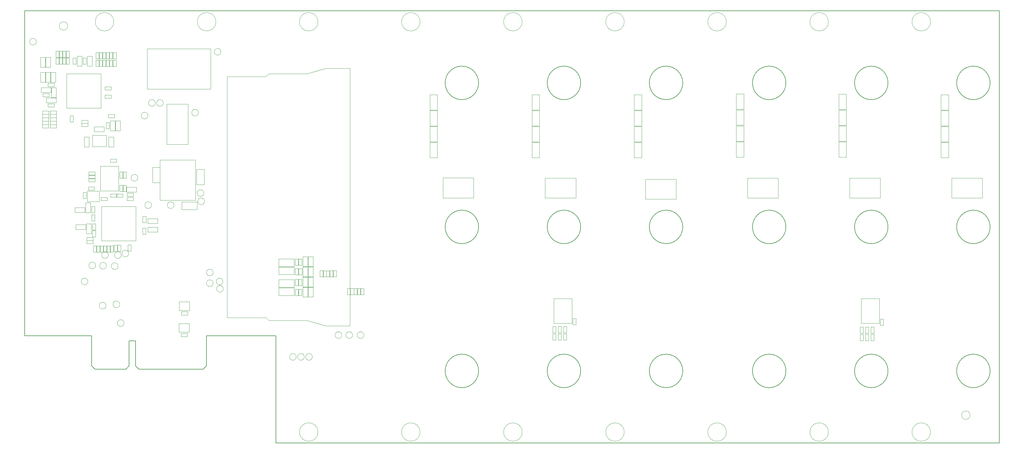
<source format=gbr>
G04 #@! TF.GenerationSoftware,KiCad,Pcbnew,6.0.7-f9a2dced07~116~ubuntu22.04.1*
G04 #@! TF.CreationDate,2023-05-03T15:08:04+01:00*
G04 #@! TF.ProjectId,hiltop_backplane_brd,68696c74-6f70-45f6-9261-636b706c616e,A*
G04 #@! TF.SameCoordinates,Original*
G04 #@! TF.FileFunction,Other,User*
%FSLAX46Y46*%
G04 Gerber Fmt 4.6, Leading zero omitted, Abs format (unit mm)*
G04 Created by KiCad (PCBNEW 6.0.7-f9a2dced07~116~ubuntu22.04.1) date 2023-05-03 15:08:04*
%MOMM*%
%LPD*%
G01*
G04 APERTURE LIST*
G04 #@! TA.AperFunction,Profile*
%ADD10C,0.150000*%
G04 #@! TD*
%ADD11C,0.050000*%
G04 APERTURE END LIST*
D10*
X179840000Y-50700000D02*
G75*
G03*
X179840000Y-50700000I-5000000J0D01*
G01*
X210320000Y-50700000D02*
G75*
G03*
X210320000Y-50700000I-5000000J0D01*
G01*
X240800000Y-50700000D02*
G75*
G03*
X240800000Y-50700000I-5000000J0D01*
G01*
X210320000Y-93700000D02*
G75*
G03*
X210320000Y-93700000I-5000000J0D01*
G01*
X240800000Y-93700000D02*
G75*
G03*
X240800000Y-93700000I-5000000J0D01*
G01*
X179840000Y-136700000D02*
G75*
G03*
X179840000Y-136700000I-5000000J0D01*
G01*
X210320000Y-136700000D02*
G75*
G03*
X210320000Y-136700000I-5000000J0D01*
G01*
X240800000Y-136700000D02*
G75*
G03*
X240800000Y-136700000I-5000000J0D01*
G01*
X179840000Y-93700000D02*
G75*
G03*
X179840000Y-93700000I-5000000J0D01*
G01*
X271600000Y-136700000D02*
G75*
G03*
X271600000Y-136700000I-5000000J0D01*
G01*
X65300000Y-136200000D02*
X74500000Y-136200000D01*
X75500000Y-135200000D02*
X75500000Y-127700000D01*
X98600000Y-126200000D02*
X119300000Y-126200000D01*
X302080000Y-136700000D02*
G75*
G03*
X302080000Y-136700000I-5000000J0D01*
G01*
X332560000Y-93700000D02*
G75*
G03*
X332560000Y-93700000I-5000000J0D01*
G01*
X75500000Y-135200000D02*
X74500000Y-136200000D01*
X97600000Y-136200000D02*
X98600000Y-135200000D01*
X332560000Y-50700000D02*
G75*
G03*
X332560000Y-50700000I-5000000J0D01*
G01*
X271600000Y-50700000D02*
G75*
G03*
X271600000Y-50700000I-5000000J0D01*
G01*
X302080000Y-93700000D02*
G75*
G03*
X302080000Y-93700000I-5000000J0D01*
G01*
X44300000Y-29200000D02*
X335300000Y-29200000D01*
X64300000Y-135200000D02*
X64300000Y-126200000D01*
X271600000Y-93700000D02*
G75*
G03*
X271600000Y-93700000I-5000000J0D01*
G01*
X332560000Y-136700000D02*
G75*
G03*
X332560000Y-136700000I-5000000J0D01*
G01*
X77400000Y-135200000D02*
X78400000Y-136200000D01*
X119300000Y-136200000D02*
X119300000Y-158200000D01*
X44300000Y-126200000D02*
X44300000Y-29200000D01*
X119300000Y-126200000D02*
X119300000Y-136200000D01*
X78400000Y-136200000D02*
X97600000Y-136200000D01*
X64300000Y-135200000D02*
X65300000Y-136200000D01*
X75500000Y-127700000D02*
X77400000Y-127700000D01*
X98600000Y-135200000D02*
X98600000Y-127700000D01*
X335300000Y-29200000D02*
X335300000Y-158200000D01*
X302080000Y-50700000D02*
G75*
G03*
X302080000Y-50700000I-5000000J0D01*
G01*
X98600000Y-127700000D02*
X98600000Y-126200000D01*
X335300000Y-158200000D02*
X119300000Y-158200000D01*
X77400000Y-127700000D02*
X77400000Y-135200000D01*
X64300000Y-126200000D02*
X44300000Y-126200000D01*
D11*
X76742500Y-85814000D02*
X74882500Y-85814000D01*
X74882500Y-85814000D02*
X74882500Y-84874000D01*
X74882500Y-84874000D02*
X76742500Y-84874000D01*
X76742500Y-84874000D02*
X76742500Y-85814000D01*
X178354000Y-85022000D02*
X169154000Y-85022000D01*
X169154000Y-85022000D02*
X169154000Y-79062000D01*
X169154000Y-79062000D02*
X178354000Y-79062000D01*
X178354000Y-79062000D02*
X178354000Y-85022000D01*
X72682000Y-79162000D02*
X72682000Y-77302000D01*
X72682000Y-77302000D02*
X73622000Y-77302000D01*
X73622000Y-77302000D02*
X73622000Y-79162000D01*
X73622000Y-79162000D02*
X72682000Y-79162000D01*
X62516000Y-86517000D02*
X63976000Y-86517000D01*
X62516000Y-89477000D02*
X62516000Y-86517000D01*
X63976000Y-86517000D02*
X63976000Y-89477000D01*
X63976000Y-89477000D02*
X62516000Y-89477000D01*
X76098500Y-100879000D02*
X75158500Y-100879000D01*
X75158500Y-99019000D02*
X76098500Y-99019000D01*
X75158500Y-100879000D02*
X75158500Y-99019000D01*
X76098500Y-99019000D02*
X76098500Y-100879000D01*
X65312500Y-79286000D02*
X65312500Y-80226000D01*
X63452500Y-80226000D02*
X63452500Y-79286000D01*
X65312500Y-80226000D02*
X63452500Y-80226000D01*
X63452500Y-79286000D02*
X65312500Y-79286000D01*
X62990000Y-83052000D02*
X62990000Y-86112000D01*
X66550000Y-83052000D02*
X62990000Y-83052000D01*
X66550000Y-86112000D02*
X62990000Y-86112000D01*
X66550000Y-86112000D02*
X66550000Y-83052000D01*
X64300000Y-90070000D02*
X65240000Y-90070000D01*
X65240000Y-90070000D02*
X65240000Y-91930000D01*
X65240000Y-91930000D02*
X64300000Y-91930000D01*
X64300000Y-91930000D02*
X64300000Y-90070000D01*
X69936000Y-84798000D02*
X69936000Y-83858000D01*
X71796000Y-84798000D02*
X69936000Y-84798000D01*
X69936000Y-83858000D02*
X71796000Y-83858000D01*
X71796000Y-83858000D02*
X71796000Y-84798000D01*
X73698000Y-77302000D02*
X74638000Y-77302000D01*
X74638000Y-79162000D02*
X73698000Y-79162000D01*
X74638000Y-77302000D02*
X74638000Y-79162000D01*
X73698000Y-79162000D02*
X73698000Y-77302000D01*
X91012500Y-126450000D02*
X91012500Y-125510000D01*
X91012500Y-125510000D02*
X92872500Y-125510000D01*
X92872500Y-126450000D02*
X91012500Y-126450000D01*
X92872500Y-125510000D02*
X92872500Y-126450000D01*
X64808000Y-99320000D02*
X65748000Y-99320000D01*
X64808000Y-101180000D02*
X64808000Y-99320000D01*
X65748000Y-101180000D02*
X64808000Y-101180000D01*
X65748000Y-99320000D02*
X65748000Y-101180000D01*
X59339000Y-87916000D02*
X62299000Y-87916000D01*
X62299000Y-89376000D02*
X59339000Y-89376000D01*
X59339000Y-89376000D02*
X59339000Y-87916000D01*
X62299000Y-87916000D02*
X62299000Y-89376000D01*
X71907500Y-99146000D02*
X71907500Y-101006000D01*
X70967500Y-99146000D02*
X71907500Y-99146000D01*
X70967500Y-101006000D02*
X70967500Y-99146000D01*
X71907500Y-101006000D02*
X70967500Y-101006000D01*
X73000000Y-101006000D02*
X72060000Y-101006000D01*
X73000000Y-99146000D02*
X73000000Y-101006000D01*
X72060000Y-99146000D02*
X73000000Y-99146000D01*
X72060000Y-101006000D02*
X72060000Y-99146000D01*
X68872000Y-101180000D02*
X68872000Y-99320000D01*
X69812000Y-99320000D02*
X69812000Y-101180000D01*
X68872000Y-99320000D02*
X69812000Y-99320000D01*
X69812000Y-101180000D02*
X68872000Y-101180000D01*
X64554000Y-96630000D02*
X64554000Y-94770000D01*
X65494000Y-94770000D02*
X65494000Y-96630000D01*
X64554000Y-94770000D02*
X65494000Y-94770000D01*
X65494000Y-96630000D02*
X64554000Y-96630000D01*
X64730000Y-98720000D02*
X62870000Y-98720000D01*
X62870000Y-98720000D02*
X62870000Y-97780000D01*
X62870000Y-97780000D02*
X64730000Y-97780000D01*
X64730000Y-97780000D02*
X64730000Y-98720000D01*
X167520000Y-68470000D02*
X167520000Y-73030000D01*
X167520000Y-73030000D02*
X165280000Y-73030000D01*
X165280000Y-68470000D02*
X167520000Y-68470000D01*
X165280000Y-73030000D02*
X165280000Y-68470000D01*
X74720000Y-83280000D02*
X74720000Y-81820000D01*
X77680000Y-83280000D02*
X74720000Y-83280000D01*
X77680000Y-81820000D02*
X77680000Y-83280000D01*
X74720000Y-81820000D02*
X77680000Y-81820000D01*
X72296000Y-75548000D02*
X66896000Y-75548000D01*
X72296000Y-82948000D02*
X72296000Y-75548000D01*
X66896000Y-75548000D02*
X66896000Y-82948000D01*
X66896000Y-82948000D02*
X72296000Y-82948000D01*
X228520000Y-68470000D02*
X228520000Y-73030000D01*
X228520000Y-73030000D02*
X226280000Y-73030000D01*
X226280000Y-68470000D02*
X228520000Y-68470000D01*
X226280000Y-73030000D02*
X226280000Y-68470000D01*
X67856000Y-101180000D02*
X67856000Y-99320000D01*
X67856000Y-99320000D02*
X68796000Y-99320000D01*
X68796000Y-101180000D02*
X67856000Y-101180000D01*
X68796000Y-99320000D02*
X68796000Y-101180000D01*
X73698000Y-83105500D02*
X73698000Y-81245500D01*
X73698000Y-81245500D02*
X74638000Y-81245500D01*
X74638000Y-81245500D02*
X74638000Y-83105500D01*
X74638000Y-83105500D02*
X73698000Y-83105500D01*
X229606000Y-85403000D02*
X229606000Y-79443000D01*
X238806000Y-85403000D02*
X229606000Y-85403000D01*
X238806000Y-79443000D02*
X238806000Y-85403000D01*
X229606000Y-79443000D02*
X238806000Y-79443000D01*
X64300000Y-89442500D02*
X64300000Y-87582500D01*
X65240000Y-87582500D02*
X65240000Y-89442500D01*
X64300000Y-87582500D02*
X65240000Y-87582500D01*
X65240000Y-89442500D02*
X64300000Y-89442500D01*
X67780000Y-99320000D02*
X67780000Y-101180000D01*
X67780000Y-101180000D02*
X66840000Y-101180000D01*
X66840000Y-99320000D02*
X67780000Y-99320000D01*
X66840000Y-101180000D02*
X66840000Y-99320000D01*
X67240000Y-87560000D02*
X67240000Y-97860000D01*
X77540000Y-87560000D02*
X77540000Y-97860000D01*
X67240000Y-97860000D02*
X77540000Y-97860000D01*
X67240000Y-87560000D02*
X77540000Y-87560000D01*
X63452500Y-77254000D02*
X65312500Y-77254000D01*
X65312500Y-77254000D02*
X65312500Y-78194000D01*
X65312500Y-78194000D02*
X63452500Y-78194000D01*
X63452500Y-78194000D02*
X63452500Y-77254000D01*
X66764000Y-99320000D02*
X66764000Y-101180000D01*
X65824000Y-101180000D02*
X65824000Y-99320000D01*
X65824000Y-99320000D02*
X66764000Y-99320000D01*
X66764000Y-101180000D02*
X65824000Y-101180000D01*
X65325500Y-78270000D02*
X65325500Y-79210000D01*
X65325500Y-79210000D02*
X63465500Y-79210000D01*
X63465500Y-78270000D02*
X65325500Y-78270000D01*
X63465500Y-79210000D02*
X63465500Y-78270000D01*
X59593000Y-94456000D02*
X59593000Y-92996000D01*
X59593000Y-92996000D02*
X62553000Y-92996000D01*
X62553000Y-94456000D02*
X59593000Y-94456000D01*
X62553000Y-92996000D02*
X62553000Y-94456000D01*
X80874000Y-52518000D02*
X99874000Y-52518000D01*
X80874000Y-40518000D02*
X80874000Y-52518000D01*
X99874000Y-52518000D02*
X99874000Y-40518000D01*
X99874000Y-40518000D02*
X80874000Y-40518000D01*
X86716000Y-57028000D02*
X86716000Y-69028000D01*
X93116000Y-69028000D02*
X93116000Y-57028000D01*
X86716000Y-69028000D02*
X93116000Y-69028000D01*
X93116000Y-57028000D02*
X86716000Y-57028000D01*
X73622000Y-83105500D02*
X72682000Y-83105500D01*
X72682000Y-83105500D02*
X72682000Y-81245500D01*
X72682000Y-81245500D02*
X73622000Y-81245500D01*
X73622000Y-81245500D02*
X73622000Y-83105500D01*
X74882500Y-84544000D02*
X74882500Y-83604000D01*
X74882500Y-83604000D02*
X76742500Y-83604000D01*
X76742500Y-84544000D02*
X74882500Y-84544000D01*
X76742500Y-83604000D02*
X76742500Y-84544000D01*
X61760000Y-83398000D02*
X62700000Y-83398000D01*
X61760000Y-85258000D02*
X61760000Y-83398000D01*
X62700000Y-83398000D02*
X62700000Y-85258000D01*
X62700000Y-85258000D02*
X61760000Y-85258000D01*
X68930000Y-85814000D02*
X67070000Y-85814000D01*
X67070000Y-84874000D02*
X68930000Y-84874000D01*
X67070000Y-85814000D02*
X67070000Y-84874000D01*
X68930000Y-84874000D02*
X68930000Y-85814000D01*
X226280000Y-63530000D02*
X226280000Y-58970000D01*
X228520000Y-58970000D02*
X228520000Y-63530000D01*
X226280000Y-58970000D02*
X228520000Y-58970000D01*
X228520000Y-63530000D02*
X226280000Y-63530000D01*
X198020000Y-54220000D02*
X198020000Y-58780000D01*
X195780000Y-58780000D02*
X195780000Y-54220000D01*
X198020000Y-58780000D02*
X195780000Y-58780000D01*
X195780000Y-54220000D02*
X198020000Y-54220000D01*
X81070000Y-91218000D02*
X84030000Y-91218000D01*
X84030000Y-91218000D02*
X84030000Y-92678000D01*
X84030000Y-92678000D02*
X81070000Y-92678000D01*
X81070000Y-92678000D02*
X81070000Y-91218000D01*
X79570000Y-92410000D02*
X79570000Y-90550000D01*
X80510000Y-90550000D02*
X80510000Y-92410000D01*
X80510000Y-92410000D02*
X79570000Y-92410000D01*
X79570000Y-90550000D02*
X80510000Y-90550000D01*
X84030000Y-93758000D02*
X84030000Y-95218000D01*
X84030000Y-95218000D02*
X81070000Y-95218000D01*
X81070000Y-95218000D02*
X81070000Y-93758000D01*
X81070000Y-93758000D02*
X84030000Y-93758000D01*
X73574000Y-84798000D02*
X71714000Y-84798000D01*
X71714000Y-83858000D02*
X73574000Y-83858000D01*
X73574000Y-83858000D02*
X73574000Y-84798000D01*
X71714000Y-84798000D02*
X71714000Y-83858000D01*
X64554000Y-94656000D02*
X64554000Y-92796000D01*
X65494000Y-92796000D02*
X65494000Y-94656000D01*
X64554000Y-92796000D02*
X65494000Y-92796000D01*
X65494000Y-94656000D02*
X64554000Y-94656000D01*
X64230000Y-92754000D02*
X64230000Y-95714000D01*
X62770000Y-92754000D02*
X64230000Y-92754000D01*
X62770000Y-95714000D02*
X62770000Y-92754000D01*
X64230000Y-95714000D02*
X62770000Y-95714000D01*
X62870000Y-96780000D02*
X64730000Y-96780000D01*
X62870000Y-97720000D02*
X62870000Y-96780000D01*
X64730000Y-96780000D02*
X64730000Y-97720000D01*
X64730000Y-97720000D02*
X62870000Y-97720000D01*
X57620000Y-41234000D02*
X57620000Y-43094000D01*
X57620000Y-43094000D02*
X56680000Y-43094000D01*
X56680000Y-41234000D02*
X57620000Y-41234000D01*
X56680000Y-43094000D02*
X56680000Y-41234000D01*
X58770000Y-60470000D02*
X58770000Y-62330000D01*
X57830000Y-62330000D02*
X57830000Y-60470000D01*
X57830000Y-60470000D02*
X58770000Y-60470000D01*
X58770000Y-62330000D02*
X57830000Y-62330000D01*
X56876000Y-47986000D02*
X56876000Y-58186000D01*
X56876000Y-58186000D02*
X67076000Y-58186000D01*
X67076000Y-58186000D02*
X67076000Y-47986000D01*
X67076000Y-47986000D02*
X56876000Y-47986000D01*
X51603000Y-53886000D02*
X51603000Y-54826000D01*
X49743000Y-53886000D02*
X51603000Y-53886000D01*
X51603000Y-54826000D02*
X49743000Y-54826000D01*
X49743000Y-54826000D02*
X49743000Y-53886000D01*
X59652000Y-43266000D02*
X59652000Y-45126000D01*
X59652000Y-45126000D02*
X58712000Y-45126000D01*
X58712000Y-43266000D02*
X59652000Y-43266000D01*
X58712000Y-45126000D02*
X58712000Y-43266000D01*
X68618000Y-64430000D02*
X68618000Y-62570000D01*
X68618000Y-62570000D02*
X69558000Y-62570000D01*
X69558000Y-62570000D02*
X69558000Y-64430000D01*
X69558000Y-64430000D02*
X68618000Y-64430000D01*
X49054000Y-43097000D02*
X50514000Y-43097000D01*
X49054000Y-46057000D02*
X49054000Y-43097000D01*
X50514000Y-46057000D02*
X49054000Y-46057000D01*
X50514000Y-43097000D02*
X50514000Y-46057000D01*
X50578000Y-50502000D02*
X50578000Y-47542000D01*
X52038000Y-50502000D02*
X50578000Y-50502000D01*
X52038000Y-47542000D02*
X52038000Y-50502000D01*
X50578000Y-47542000D02*
X52038000Y-47542000D01*
X54572000Y-41234000D02*
X54572000Y-43094000D01*
X53632000Y-43094000D02*
X53632000Y-41234000D01*
X53632000Y-41234000D02*
X54572000Y-41234000D01*
X54572000Y-43094000D02*
X53632000Y-43094000D01*
X67602000Y-43901000D02*
X68542000Y-43901000D01*
X68542000Y-43901000D02*
X68542000Y-45761000D01*
X67602000Y-45761000D02*
X67602000Y-43901000D01*
X68542000Y-45761000D02*
X67602000Y-45761000D01*
X51902000Y-60109000D02*
X53762000Y-60109000D01*
X51902000Y-61049000D02*
X51902000Y-60109000D01*
X53762000Y-61049000D02*
X51902000Y-61049000D01*
X53762000Y-60109000D02*
X53762000Y-61049000D01*
X51458500Y-62070000D02*
X49598500Y-62070000D01*
X49598500Y-62070000D02*
X49598500Y-61130000D01*
X49598500Y-61130000D02*
X51458500Y-61130000D01*
X51458500Y-61130000D02*
X51458500Y-62070000D01*
X59976000Y-45676000D02*
X59976000Y-42716000D01*
X61436000Y-42716000D02*
X61436000Y-45676000D01*
X59976000Y-42716000D02*
X61436000Y-42716000D01*
X61436000Y-45676000D02*
X59976000Y-45676000D01*
X52153000Y-53562000D02*
X49193000Y-53562000D01*
X49193000Y-52102000D02*
X52153000Y-52102000D01*
X52153000Y-52102000D02*
X52153000Y-53562000D01*
X49193000Y-53562000D02*
X49193000Y-52102000D01*
X55664000Y-45126000D02*
X55664000Y-43266000D01*
X56604000Y-45126000D02*
X55664000Y-45126000D01*
X56604000Y-43266000D02*
X56604000Y-45126000D01*
X55664000Y-43266000D02*
X56604000Y-43266000D01*
X55588000Y-43266000D02*
X55588000Y-45126000D01*
X54648000Y-43266000D02*
X55588000Y-43266000D01*
X54648000Y-45126000D02*
X54648000Y-43266000D01*
X55588000Y-45126000D02*
X54648000Y-45126000D01*
X54572000Y-43266000D02*
X54572000Y-45126000D01*
X54572000Y-45126000D02*
X53632000Y-45126000D01*
X53632000Y-43266000D02*
X54572000Y-43266000D01*
X53632000Y-45126000D02*
X53632000Y-43266000D01*
X52229000Y-55074000D02*
X52229000Y-52114000D01*
X53689000Y-55074000D02*
X52229000Y-55074000D01*
X52229000Y-52114000D02*
X53689000Y-52114000D01*
X53689000Y-52114000D02*
X53689000Y-55074000D01*
X49605000Y-63086000D02*
X49605000Y-62146000D01*
X51465000Y-63086000D02*
X49605000Y-63086000D01*
X51465000Y-62146000D02*
X51465000Y-63086000D01*
X49605000Y-62146000D02*
X51465000Y-62146000D01*
X62700000Y-45126000D02*
X61760000Y-45126000D01*
X62700000Y-43266000D02*
X62700000Y-45126000D01*
X61760000Y-43266000D02*
X62700000Y-43266000D01*
X61760000Y-45126000D02*
X61760000Y-43266000D01*
X69402000Y-69786000D02*
X69402000Y-66826000D01*
X70862000Y-69786000D02*
X69402000Y-69786000D01*
X70862000Y-66826000D02*
X70862000Y-69786000D01*
X69402000Y-66826000D02*
X70862000Y-66826000D01*
X53127000Y-50838000D02*
X53127000Y-51778000D01*
X51267000Y-51778000D02*
X51267000Y-50838000D01*
X53127000Y-51778000D02*
X51267000Y-51778000D01*
X51267000Y-50838000D02*
X53127000Y-50838000D01*
X64484000Y-42716000D02*
X64484000Y-45676000D01*
X63024000Y-42716000D02*
X64484000Y-42716000D01*
X64484000Y-45676000D02*
X63024000Y-45676000D01*
X63024000Y-45676000D02*
X63024000Y-42716000D01*
X63160000Y-63755000D02*
X61300000Y-63755000D01*
X61300000Y-62815000D02*
X63160000Y-62815000D01*
X61300000Y-63755000D02*
X61300000Y-62815000D01*
X63160000Y-62815000D02*
X63160000Y-63755000D01*
X51469500Y-60033000D02*
X49609500Y-60033000D01*
X49609500Y-60033000D02*
X49609500Y-59093000D01*
X49609500Y-59093000D02*
X51469500Y-59093000D01*
X51469500Y-59093000D02*
X51469500Y-60033000D01*
X62090000Y-66830000D02*
X63550000Y-66830000D01*
X63550000Y-69790000D02*
X62090000Y-69790000D01*
X62090000Y-69790000D02*
X62090000Y-66830000D01*
X63550000Y-66830000D02*
X63550000Y-69790000D01*
X71342000Y-64980000D02*
X69882000Y-64980000D01*
X69882000Y-62020000D02*
X71342000Y-62020000D01*
X71342000Y-62020000D02*
X71342000Y-64980000D01*
X69882000Y-64980000D02*
X69882000Y-62020000D01*
X56604000Y-43094000D02*
X55664000Y-43094000D01*
X55664000Y-43094000D02*
X55664000Y-41234000D01*
X55664000Y-41234000D02*
X56604000Y-41234000D01*
X56604000Y-41234000D02*
X56604000Y-43094000D01*
X54648000Y-41234000D02*
X55588000Y-41234000D01*
X55588000Y-43094000D02*
X54648000Y-43094000D01*
X55588000Y-41234000D02*
X55588000Y-43094000D01*
X54648000Y-43094000D02*
X54648000Y-41234000D01*
X57620000Y-43266000D02*
X57620000Y-45126000D01*
X56680000Y-43266000D02*
X57620000Y-43266000D01*
X57620000Y-45126000D02*
X56680000Y-45126000D01*
X56680000Y-45126000D02*
X56680000Y-43266000D01*
X52102000Y-47542000D02*
X53562000Y-47542000D01*
X53562000Y-50502000D02*
X52102000Y-50502000D01*
X53562000Y-47542000D02*
X53562000Y-50502000D01*
X52102000Y-50502000D02*
X52102000Y-47542000D01*
X65068000Y-65246000D02*
X65068000Y-63786000D01*
X68028000Y-63786000D02*
X68028000Y-65246000D01*
X65068000Y-63786000D02*
X68028000Y-63786000D01*
X68028000Y-65246000D02*
X65068000Y-65246000D01*
X53780000Y-63086000D02*
X51920000Y-63086000D01*
X53780000Y-62146000D02*
X53780000Y-63086000D01*
X51920000Y-62146000D02*
X53780000Y-62146000D01*
X51920000Y-63086000D02*
X51920000Y-62146000D01*
X53780000Y-64102000D02*
X51920000Y-64102000D01*
X51920000Y-63162000D02*
X53780000Y-63162000D01*
X53780000Y-63162000D02*
X53780000Y-64102000D01*
X51920000Y-64102000D02*
X51920000Y-63162000D01*
X84684000Y-85704000D02*
X95284000Y-85704000D01*
X95284000Y-85704000D02*
X95284000Y-73704000D01*
X84684000Y-73704000D02*
X84684000Y-85704000D01*
X95284000Y-73704000D02*
X84684000Y-73704000D01*
X91195000Y-86250000D02*
X95755000Y-86250000D01*
X95755000Y-88490000D02*
X91195000Y-88490000D01*
X91195000Y-88490000D02*
X91195000Y-86250000D01*
X95755000Y-86250000D02*
X95755000Y-88490000D01*
X97900000Y-76530000D02*
X97900000Y-81090000D01*
X95660000Y-76530000D02*
X97900000Y-76530000D01*
X95660000Y-81090000D02*
X95660000Y-76530000D01*
X97900000Y-81090000D02*
X95660000Y-81090000D01*
X51267000Y-57874000D02*
X51267000Y-56934000D01*
X53127000Y-57874000D02*
X51267000Y-57874000D01*
X51267000Y-56934000D02*
X53127000Y-56934000D01*
X53127000Y-56934000D02*
X53127000Y-57874000D01*
X49616000Y-60109000D02*
X51476000Y-60109000D01*
X51476000Y-60109000D02*
X51476000Y-61049000D01*
X49616000Y-61049000D02*
X49616000Y-60109000D01*
X51476000Y-61049000D02*
X49616000Y-61049000D01*
X51458500Y-63162000D02*
X51458500Y-64102000D01*
X49598500Y-63162000D02*
X51458500Y-63162000D01*
X49598500Y-64102000D02*
X49598500Y-63162000D01*
X51458500Y-64102000D02*
X49598500Y-64102000D01*
X53780000Y-62070000D02*
X51920000Y-62070000D01*
X53780000Y-61130000D02*
X53780000Y-62070000D01*
X51920000Y-61130000D02*
X53780000Y-61130000D01*
X51920000Y-62070000D02*
X51920000Y-61130000D01*
X49054000Y-47542000D02*
X50514000Y-47542000D01*
X50514000Y-50502000D02*
X49054000Y-50502000D01*
X49054000Y-50502000D02*
X49054000Y-47542000D01*
X50514000Y-47542000D02*
X50514000Y-50502000D01*
X50578000Y-43083000D02*
X52038000Y-43083000D01*
X52038000Y-43083000D02*
X52038000Y-46043000D01*
X50578000Y-46043000D02*
X50578000Y-43083000D01*
X52038000Y-46043000D02*
X50578000Y-46043000D01*
X67526000Y-45761000D02*
X66586000Y-45761000D01*
X66586000Y-45761000D02*
X66586000Y-43901000D01*
X67526000Y-43901000D02*
X67526000Y-45761000D01*
X66586000Y-43901000D02*
X67526000Y-43901000D01*
X70680000Y-45761000D02*
X70680000Y-43901000D01*
X71620000Y-43901000D02*
X71620000Y-45761000D01*
X71620000Y-45761000D02*
X70680000Y-45761000D01*
X70680000Y-43901000D02*
X71620000Y-43901000D01*
X70680000Y-43475000D02*
X70680000Y-41615000D01*
X71620000Y-41615000D02*
X71620000Y-43475000D01*
X71620000Y-43475000D02*
X70680000Y-43475000D01*
X70680000Y-41615000D02*
X71620000Y-41615000D01*
X69570000Y-43901000D02*
X69570000Y-45761000D01*
X68630000Y-45761000D02*
X68630000Y-43901000D01*
X69570000Y-45761000D02*
X68630000Y-45761000D01*
X68630000Y-43901000D02*
X69570000Y-43901000D01*
X70586000Y-45761000D02*
X69646000Y-45761000D01*
X69646000Y-45761000D02*
X69646000Y-43901000D01*
X70586000Y-43901000D02*
X70586000Y-45761000D01*
X69646000Y-43901000D02*
X70586000Y-43901000D01*
X69646000Y-41615000D02*
X70586000Y-41615000D01*
X70586000Y-43475000D02*
X69646000Y-43475000D01*
X69646000Y-43475000D02*
X69646000Y-41615000D01*
X70586000Y-41615000D02*
X70586000Y-43475000D01*
X68630000Y-41615000D02*
X69570000Y-41615000D01*
X69570000Y-41615000D02*
X69570000Y-43475000D01*
X69570000Y-43475000D02*
X68630000Y-43475000D01*
X68630000Y-43475000D02*
X68630000Y-41615000D01*
X70115000Y-51830000D02*
X70115000Y-52770000D01*
X68255000Y-51830000D02*
X70115000Y-51830000D01*
X70115000Y-52770000D02*
X68255000Y-52770000D01*
X68255000Y-52770000D02*
X68255000Y-51830000D01*
X69301000Y-61049000D02*
X69301000Y-60109000D01*
X71161000Y-60109000D02*
X71161000Y-61049000D01*
X69301000Y-60109000D02*
X71161000Y-60109000D01*
X71161000Y-61049000D02*
X69301000Y-61049000D01*
X71406000Y-62020000D02*
X72866000Y-62020000D01*
X72866000Y-62020000D02*
X72866000Y-64980000D01*
X71406000Y-64980000D02*
X71406000Y-62020000D01*
X72866000Y-64980000D02*
X71406000Y-64980000D01*
X50717000Y-56610000D02*
X50717000Y-55150000D01*
X53677000Y-56610000D02*
X50717000Y-56610000D01*
X53677000Y-55150000D02*
X53677000Y-56610000D01*
X50717000Y-55150000D02*
X53677000Y-55150000D01*
X51902000Y-59093000D02*
X53762000Y-59093000D01*
X53762000Y-60033000D02*
X51902000Y-60033000D01*
X51902000Y-60033000D02*
X51902000Y-59093000D01*
X53762000Y-59093000D02*
X53762000Y-60033000D01*
X66510000Y-43901000D02*
X66510000Y-45761000D01*
X66510000Y-45761000D02*
X65570000Y-45761000D01*
X65570000Y-45761000D02*
X65570000Y-43901000D01*
X65570000Y-43901000D02*
X66510000Y-43901000D01*
X67602000Y-43475000D02*
X67602000Y-41615000D01*
X67602000Y-41615000D02*
X68542000Y-41615000D01*
X68542000Y-41615000D02*
X68542000Y-43475000D01*
X68542000Y-43475000D02*
X67602000Y-43475000D01*
X67526000Y-41615000D02*
X67526000Y-43475000D01*
X66586000Y-41615000D02*
X67526000Y-41615000D01*
X66586000Y-43475000D02*
X66586000Y-41615000D01*
X67526000Y-43475000D02*
X66586000Y-43475000D01*
X66510000Y-41615000D02*
X66510000Y-43475000D01*
X66510000Y-43475000D02*
X65570000Y-43475000D01*
X65570000Y-43475000D02*
X65570000Y-41615000D01*
X65570000Y-41615000D02*
X66510000Y-41615000D01*
X208879500Y-85085500D02*
X199679500Y-85085500D01*
X208879500Y-79125500D02*
X208879500Y-85085500D01*
X199679500Y-79125500D02*
X208879500Y-79125500D01*
X199679500Y-85085500D02*
X199679500Y-79125500D01*
X198020000Y-63720000D02*
X198020000Y-68280000D01*
X198020000Y-68280000D02*
X195780000Y-68280000D01*
X195780000Y-68280000D02*
X195780000Y-63720000D01*
X195780000Y-63720000D02*
X198020000Y-63720000D01*
X198020000Y-58970000D02*
X198020000Y-63530000D01*
X195780000Y-58970000D02*
X198020000Y-58970000D01*
X195780000Y-63530000D02*
X195780000Y-58970000D01*
X198020000Y-63530000D02*
X195780000Y-63530000D01*
X120189000Y-111911000D02*
X124749000Y-111911000D01*
X120189000Y-114151000D02*
X120189000Y-111911000D01*
X124749000Y-114151000D02*
X120189000Y-114151000D01*
X124749000Y-111911000D02*
X124749000Y-114151000D01*
X127050000Y-114210000D02*
X126110000Y-114210000D01*
X127050000Y-112350000D02*
X127050000Y-114210000D01*
X126110000Y-114210000D02*
X126110000Y-112350000D01*
X126110000Y-112350000D02*
X127050000Y-112350000D01*
X128980000Y-111680000D02*
X130440000Y-111680000D01*
X130440000Y-114640000D02*
X128980000Y-114640000D01*
X130440000Y-111680000D02*
X130440000Y-114640000D01*
X128980000Y-114640000D02*
X128980000Y-111680000D01*
X127350000Y-105520000D02*
X127350000Y-102560000D01*
X128810000Y-105520000D02*
X127350000Y-105520000D01*
X128810000Y-102560000D02*
X128810000Y-105520000D01*
X127350000Y-102560000D02*
X128810000Y-102560000D01*
X125047000Y-114215000D02*
X125047000Y-112355000D01*
X125987000Y-112355000D02*
X125987000Y-114215000D01*
X125987000Y-114215000D02*
X125047000Y-114215000D01*
X125047000Y-112355000D02*
X125987000Y-112355000D01*
X127352000Y-105601000D02*
X128812000Y-105601000D01*
X128812000Y-105601000D02*
X128812000Y-108561000D01*
X127352000Y-108561000D02*
X127352000Y-105601000D01*
X128812000Y-108561000D02*
X127352000Y-108561000D01*
X128820000Y-111680000D02*
X128820000Y-114640000D01*
X127360000Y-111680000D02*
X128820000Y-111680000D01*
X128820000Y-114640000D02*
X127360000Y-114640000D01*
X127360000Y-114640000D02*
X127360000Y-111680000D01*
X126140000Y-106150000D02*
X127080000Y-106150000D01*
X127080000Y-106150000D02*
X127080000Y-108010000D01*
X126140000Y-108010000D02*
X126140000Y-106150000D01*
X127080000Y-108010000D02*
X126140000Y-108010000D01*
X128990000Y-111610000D02*
X128990000Y-108650000D01*
X130450000Y-108650000D02*
X130450000Y-111610000D01*
X128990000Y-108650000D02*
X130450000Y-108650000D01*
X130450000Y-111610000D02*
X128990000Y-111610000D01*
X124774000Y-105707000D02*
X124774000Y-107947000D01*
X120214000Y-107947000D02*
X120214000Y-105707000D01*
X124774000Y-107947000D02*
X120214000Y-107947000D01*
X120214000Y-105707000D02*
X124774000Y-105707000D01*
X124774000Y-103292000D02*
X124774000Y-105532000D01*
X124774000Y-105532000D02*
X120214000Y-105532000D01*
X120214000Y-105532000D02*
X120214000Y-103292000D01*
X120214000Y-103292000D02*
X124774000Y-103292000D01*
X125047000Y-109378000D02*
X125987000Y-109378000D01*
X125987000Y-109378000D02*
X125987000Y-111238000D01*
X125987000Y-111238000D02*
X125047000Y-111238000D01*
X125047000Y-111238000D02*
X125047000Y-109378000D01*
X126012000Y-105088000D02*
X125072000Y-105088000D01*
X126012000Y-103228000D02*
X126012000Y-105088000D01*
X125072000Y-103228000D02*
X126012000Y-103228000D01*
X125072000Y-105088000D02*
X125072000Y-103228000D01*
X128990000Y-105600000D02*
X130450000Y-105600000D01*
X130450000Y-108560000D02*
X128990000Y-108560000D01*
X130450000Y-105600000D02*
X130450000Y-108560000D01*
X128990000Y-108560000D02*
X128990000Y-105600000D01*
X130450000Y-102560000D02*
X130450000Y-105520000D01*
X128990000Y-102560000D02*
X130450000Y-102560000D01*
X130450000Y-105520000D02*
X128990000Y-105520000D01*
X128990000Y-105520000D02*
X128990000Y-102560000D01*
X124749000Y-111682000D02*
X120189000Y-111682000D01*
X120189000Y-111682000D02*
X120189000Y-109442000D01*
X124749000Y-109442000D02*
X124749000Y-111682000D01*
X120189000Y-109442000D02*
X124749000Y-109442000D01*
X127360000Y-111610000D02*
X127360000Y-108650000D01*
X128820000Y-111610000D02*
X127360000Y-111610000D01*
X127360000Y-108650000D02*
X128820000Y-108650000D01*
X128820000Y-108650000D02*
X128820000Y-111610000D01*
X126012000Y-108011000D02*
X125072000Y-108011000D01*
X125072000Y-106151000D02*
X126012000Y-106151000D01*
X126012000Y-106151000D02*
X126012000Y-108011000D01*
X125072000Y-108011000D02*
X125072000Y-106151000D01*
X63320000Y-81780000D02*
X65180000Y-81780000D01*
X65180000Y-81780000D02*
X65180000Y-82720000D01*
X63320000Y-82720000D02*
X63320000Y-81780000D01*
X65180000Y-82720000D02*
X63320000Y-82720000D01*
X69896000Y-74366000D02*
X69896000Y-73426000D01*
X69896000Y-73426000D02*
X71756000Y-73426000D01*
X71756000Y-73426000D02*
X71756000Y-74366000D01*
X71756000Y-74366000D02*
X69896000Y-74366000D01*
X167520000Y-63530000D02*
X165280000Y-63530000D01*
X165280000Y-63530000D02*
X165280000Y-58970000D01*
X165280000Y-58970000D02*
X167520000Y-58970000D01*
X167520000Y-58970000D02*
X167520000Y-63530000D01*
X228520000Y-58780000D02*
X226280000Y-58780000D01*
X226280000Y-54220000D02*
X228520000Y-54220000D01*
X228520000Y-54220000D02*
X228520000Y-58780000D01*
X226280000Y-58780000D02*
X226280000Y-54220000D01*
X167520000Y-58780000D02*
X165280000Y-58780000D01*
X167520000Y-54220000D02*
X167520000Y-58780000D01*
X165280000Y-58780000D02*
X165280000Y-54220000D01*
X165280000Y-54220000D02*
X167520000Y-54220000D01*
X167520000Y-68280000D02*
X165280000Y-68280000D01*
X165280000Y-63720000D02*
X167520000Y-63720000D01*
X165280000Y-68280000D02*
X165280000Y-63720000D01*
X167520000Y-63720000D02*
X167520000Y-68280000D01*
X228520000Y-68280000D02*
X226280000Y-68280000D01*
X228520000Y-63720000D02*
X228520000Y-68280000D01*
X226280000Y-63720000D02*
X228520000Y-63720000D01*
X226280000Y-68280000D02*
X226280000Y-63720000D01*
X198020000Y-68470000D02*
X198020000Y-73030000D01*
X195780000Y-68470000D02*
X198020000Y-68470000D01*
X198020000Y-73030000D02*
X195780000Y-73030000D01*
X195780000Y-73030000D02*
X195780000Y-68470000D01*
X61315000Y-61815000D02*
X63175000Y-61815000D01*
X61315000Y-62755000D02*
X61315000Y-61815000D01*
X63175000Y-61815000D02*
X63175000Y-62755000D01*
X63175000Y-62755000D02*
X61315000Y-62755000D01*
X93440000Y-125140000D02*
X93440000Y-122540000D01*
X93440000Y-122540000D02*
X90340000Y-122540000D01*
X90340000Y-125140000D02*
X90340000Y-122540000D01*
X93440000Y-125140000D02*
X90340000Y-125140000D01*
X91130000Y-119040000D02*
X92990000Y-119040000D01*
X91130000Y-119980000D02*
X91130000Y-119040000D01*
X92990000Y-119980000D02*
X91130000Y-119980000D01*
X92990000Y-119040000D02*
X92990000Y-119980000D01*
X93545000Y-118665000D02*
X90445000Y-118665000D01*
X93545000Y-118665000D02*
X93545000Y-116065000D01*
X90445000Y-118665000D02*
X90445000Y-116065000D01*
X93545000Y-116065000D02*
X90445000Y-116065000D01*
X68270000Y-55270000D02*
X68270000Y-54330000D01*
X70130000Y-54330000D02*
X70130000Y-55270000D01*
X68270000Y-54330000D02*
X70130000Y-54330000D01*
X70130000Y-55270000D02*
X68270000Y-55270000D01*
X69888000Y-99320000D02*
X70828000Y-99320000D01*
X70828000Y-101180000D02*
X69888000Y-101180000D01*
X70828000Y-99320000D02*
X70828000Y-101180000D01*
X69888000Y-101180000D02*
X69888000Y-99320000D01*
X80480000Y-95850000D02*
X79540000Y-95850000D01*
X79540000Y-93990000D02*
X80480000Y-93990000D01*
X80480000Y-93990000D02*
X80480000Y-95850000D01*
X79540000Y-95850000D02*
X79540000Y-93990000D01*
X144630000Y-112085000D02*
X145570000Y-112085000D01*
X145570000Y-113945000D02*
X144630000Y-113945000D01*
X144630000Y-113945000D02*
X144630000Y-112085000D01*
X145570000Y-112085000D02*
X145570000Y-113945000D01*
X143630000Y-112085000D02*
X144570000Y-112085000D01*
X144570000Y-112085000D02*
X144570000Y-113945000D01*
X144570000Y-113945000D02*
X143630000Y-113945000D01*
X143630000Y-113945000D02*
X143630000Y-112085000D01*
X142630000Y-112070000D02*
X143570000Y-112070000D01*
X143570000Y-113930000D02*
X142630000Y-113930000D01*
X143570000Y-112070000D02*
X143570000Y-113930000D01*
X142630000Y-113930000D02*
X142630000Y-112070000D01*
X141630000Y-113915000D02*
X141630000Y-112055000D01*
X142570000Y-113915000D02*
X141630000Y-113915000D01*
X141630000Y-112055000D02*
X142570000Y-112055000D01*
X142570000Y-112055000D02*
X142570000Y-113915000D01*
X140630000Y-113915000D02*
X140630000Y-112055000D01*
X140630000Y-112055000D02*
X141570000Y-112055000D01*
X141570000Y-113915000D02*
X140630000Y-113915000D01*
X141570000Y-112055000D02*
X141570000Y-113915000D01*
X137370000Y-106755000D02*
X137370000Y-108615000D01*
X137370000Y-108615000D02*
X136430000Y-108615000D01*
X136430000Y-108615000D02*
X136430000Y-106755000D01*
X136430000Y-106755000D02*
X137370000Y-106755000D01*
X136370000Y-108615000D02*
X135430000Y-108615000D01*
X136370000Y-106755000D02*
X136370000Y-108615000D01*
X135430000Y-108615000D02*
X135430000Y-106755000D01*
X135430000Y-106755000D02*
X136370000Y-106755000D01*
X135370000Y-108630000D02*
X134430000Y-108630000D01*
X135370000Y-106770000D02*
X135370000Y-108630000D01*
X134430000Y-108630000D02*
X134430000Y-106770000D01*
X134430000Y-106770000D02*
X135370000Y-106770000D01*
X134370000Y-106770000D02*
X134370000Y-108630000D01*
X133430000Y-108630000D02*
X133430000Y-106770000D01*
X134370000Y-108630000D02*
X133430000Y-108630000D01*
X133430000Y-106770000D02*
X134370000Y-106770000D01*
X133370000Y-108615000D02*
X132430000Y-108615000D01*
X132430000Y-108615000D02*
X132430000Y-106755000D01*
X133370000Y-106755000D02*
X133370000Y-108615000D01*
X132430000Y-106755000D02*
X133370000Y-106755000D01*
X68600000Y-117200000D02*
G75*
G03*
X68600000Y-117200000I-1000000J0D01*
G01*
X72700000Y-116800000D02*
G75*
G03*
X72700000Y-116800000I-1000000J0D01*
G01*
X63200000Y-110000000D02*
G75*
G03*
X63200000Y-110000000I-1000000J0D01*
G01*
X74000000Y-122400000D02*
G75*
G03*
X74000000Y-122400000I-1000000J0D01*
G01*
X139000000Y-126000000D02*
G75*
G03*
X139000000Y-126000000I-1000000J0D01*
G01*
X142200000Y-126000000D02*
G75*
G03*
X142200000Y-126000000I-1000000J0D01*
G01*
X145600000Y-126000000D02*
G75*
G03*
X145600000Y-126000000I-1000000J0D01*
G01*
X69300000Y-102100000D02*
G75*
G03*
X69300000Y-102100000I-1000000J0D01*
G01*
X68700000Y-105300000D02*
G75*
G03*
X68700000Y-105300000I-1000000J0D01*
G01*
X65500000Y-105200000D02*
G75*
G03*
X65500000Y-105200000I-1000000J0D01*
G01*
X72200000Y-105400000D02*
G75*
G03*
X72200000Y-105400000I-1000000J0D01*
G01*
X103600000Y-112200000D02*
G75*
G03*
X103600000Y-112200000I-1000000J0D01*
G01*
X103500000Y-110000000D02*
G75*
G03*
X103500000Y-110000000I-1000000J0D01*
G01*
X100600000Y-110500000D02*
G75*
G03*
X100600000Y-110500000I-1000000J0D01*
G01*
X78090000Y-79040000D02*
G75*
G03*
X78090000Y-79040000I-1000000J0D01*
G01*
X100600000Y-107300000D02*
G75*
G03*
X100600000Y-107300000I-1000000J0D01*
G01*
X82200000Y-87200000D02*
G75*
G03*
X82200000Y-87200000I-1000000J0D01*
G01*
X73130000Y-102140000D02*
G75*
G03*
X73130000Y-102140000I-1000000J0D01*
G01*
X75350000Y-101620000D02*
G75*
G03*
X75350000Y-101620000I-1000000J0D01*
G01*
X47800000Y-38400000D02*
G75*
G03*
X47800000Y-38400000I-1000000J0D01*
G01*
X102900000Y-41400000D02*
G75*
G03*
X102900000Y-41400000I-1000000J0D01*
G01*
X96200000Y-59600000D02*
G75*
G03*
X96200000Y-59600000I-1000000J0D01*
G01*
X83300000Y-56700000D02*
G75*
G03*
X83300000Y-56700000I-1000000J0D01*
G01*
X85700000Y-56700000D02*
G75*
G03*
X85700000Y-56700000I-1000000J0D01*
G01*
X81120000Y-60470000D02*
G75*
G03*
X81120000Y-60470000I-1000000J0D01*
G01*
X88900000Y-87200000D02*
G75*
G03*
X88900000Y-87200000I-1000000J0D01*
G01*
X97800000Y-83600000D02*
G75*
G03*
X97800000Y-83600000I-1000000J0D01*
G01*
X98010000Y-86030000D02*
G75*
G03*
X98010000Y-86030000I-1000000J0D01*
G01*
X134200000Y-46400000D02*
X128600000Y-48000000D01*
X134200000Y-123200000D02*
X141400000Y-123200000D01*
X128600000Y-121600000D02*
X134200000Y-123200000D01*
X141400000Y-123200000D02*
X141400000Y-46400000D01*
X116400000Y-120800000D02*
X117200000Y-121600000D01*
X117200000Y-48000000D02*
X116200000Y-48800000D01*
X104800000Y-120800000D02*
X116400000Y-120800000D01*
X128600000Y-48000000D02*
X117200000Y-48000000D01*
X141400000Y-46400000D02*
X134200000Y-46400000D01*
X104800000Y-48800000D02*
X104800000Y-120800000D01*
X104800000Y-48800000D02*
X116200000Y-48800000D01*
X117200000Y-121600000D02*
X128600000Y-121600000D01*
X84710000Y-75910000D02*
X84710000Y-80470000D01*
X82470000Y-75910000D02*
X84710000Y-75910000D01*
X84710000Y-80470000D02*
X82470000Y-80470000D01*
X82470000Y-80470000D02*
X82470000Y-75910000D01*
X126130000Y-103228000D02*
X127070000Y-103228000D01*
X127070000Y-105088000D02*
X126130000Y-105088000D01*
X127070000Y-103228000D02*
X127070000Y-105088000D01*
X126130000Y-105088000D02*
X126130000Y-103228000D01*
X126100000Y-111238000D02*
X126100000Y-109378000D01*
X127040000Y-111238000D02*
X126100000Y-111238000D01*
X127040000Y-109378000D02*
X127040000Y-111238000D01*
X126100000Y-109378000D02*
X127040000Y-109378000D01*
X68730000Y-66360000D02*
X64530000Y-66360000D01*
X64530000Y-69760000D02*
X68730000Y-69760000D01*
X68730000Y-69760000D02*
X68730000Y-66360000D01*
X64530000Y-66360000D02*
X64530000Y-69760000D01*
X299730000Y-123030000D02*
X299730000Y-121170000D01*
X300670000Y-121170000D02*
X300670000Y-123030000D01*
X299730000Y-121170000D02*
X300670000Y-121170000D01*
X300670000Y-123030000D02*
X299730000Y-123030000D01*
X206105000Y-125305000D02*
X205165000Y-125305000D01*
X205165000Y-125305000D02*
X205165000Y-123445000D01*
X205165000Y-123445000D02*
X206105000Y-123445000D01*
X206105000Y-123445000D02*
X206105000Y-125305000D01*
X314750000Y-32450000D02*
G75*
G03*
X314750000Y-32450000I-2750000J0D01*
G01*
X296930000Y-125770000D02*
X297870000Y-125770000D01*
X297870000Y-127630000D02*
X296930000Y-127630000D01*
X296930000Y-127630000D02*
X296930000Y-125770000D01*
X297870000Y-125770000D02*
X297870000Y-127630000D01*
X205165000Y-125645000D02*
X206105000Y-125645000D01*
X205165000Y-127505000D02*
X205165000Y-125645000D01*
X206105000Y-127505000D02*
X205165000Y-127505000D01*
X206105000Y-125645000D02*
X206105000Y-127505000D01*
X207965000Y-122905000D02*
X207965000Y-121045000D01*
X208905000Y-121045000D02*
X208905000Y-122905000D01*
X208905000Y-122905000D02*
X207965000Y-122905000D01*
X207965000Y-121045000D02*
X208905000Y-121045000D01*
X202875000Y-125645000D02*
X202875000Y-127505000D01*
X201935000Y-125645000D02*
X202875000Y-125645000D01*
X202875000Y-127505000D02*
X201935000Y-127505000D01*
X201935000Y-127505000D02*
X201935000Y-125645000D01*
X293730000Y-127660000D02*
X293730000Y-125800000D01*
X294670000Y-127660000D02*
X293730000Y-127660000D01*
X294670000Y-125800000D02*
X294670000Y-127660000D01*
X293730000Y-125800000D02*
X294670000Y-125800000D01*
X131870000Y-32450000D02*
G75*
G03*
X131870000Y-32450000I-2750000J0D01*
G01*
X284270000Y-32450000D02*
G75*
G03*
X284270000Y-32450000I-2750000J0D01*
G01*
X131870000Y-154950000D02*
G75*
G03*
X131870000Y-154950000I-2750000J0D01*
G01*
X296270000Y-125770000D02*
X296270000Y-127630000D01*
X296270000Y-127630000D02*
X295330000Y-127630000D01*
X295330000Y-125770000D02*
X296270000Y-125770000D01*
X295330000Y-127630000D02*
X295330000Y-125770000D01*
X287380000Y-68130000D02*
X287380000Y-63570000D01*
X289620000Y-68130000D02*
X287380000Y-68130000D01*
X289620000Y-63570000D02*
X289620000Y-68130000D01*
X287380000Y-63570000D02*
X289620000Y-63570000D01*
X162350000Y-154950000D02*
G75*
G03*
X162350000Y-154950000I-2750000J0D01*
G01*
X317880000Y-68470000D02*
X320120000Y-68470000D01*
X320120000Y-68470000D02*
X320120000Y-73030000D01*
X320120000Y-73030000D02*
X317880000Y-73030000D01*
X317880000Y-73030000D02*
X317880000Y-68470000D01*
X101390000Y-32450000D02*
G75*
G03*
X101390000Y-32450000I-2750000J0D01*
G01*
X296930000Y-123570000D02*
X297870000Y-123570000D01*
X297870000Y-125430000D02*
X296930000Y-125430000D01*
X297870000Y-123570000D02*
X297870000Y-125430000D01*
X296930000Y-125430000D02*
X296930000Y-123570000D01*
X259020000Y-58770000D02*
X259020000Y-63330000D01*
X259020000Y-63330000D02*
X256780000Y-63330000D01*
X256780000Y-63330000D02*
X256780000Y-58770000D01*
X256780000Y-58770000D02*
X259020000Y-58770000D01*
X320120000Y-68280000D02*
X317880000Y-68280000D01*
X320120000Y-63720000D02*
X320120000Y-68280000D01*
X317880000Y-63720000D02*
X320120000Y-63720000D01*
X317880000Y-68280000D02*
X317880000Y-63720000D01*
X202875000Y-125305000D02*
X201935000Y-125305000D01*
X202875000Y-123445000D02*
X202875000Y-125305000D01*
X201935000Y-123445000D02*
X202875000Y-123445000D01*
X201935000Y-125305000D02*
X201935000Y-123445000D01*
X259020000Y-58580000D02*
X256780000Y-58580000D01*
X256780000Y-58580000D02*
X256780000Y-54020000D01*
X256780000Y-54020000D02*
X259020000Y-54020000D01*
X259020000Y-54020000D02*
X259020000Y-58580000D01*
X223310000Y-154950000D02*
G75*
G03*
X223310000Y-154950000I-2750000J0D01*
G01*
X202335000Y-115100000D02*
X202335000Y-122500000D01*
X207735000Y-122500000D02*
X207735000Y-115100000D01*
X202335000Y-122500000D02*
X207735000Y-122500000D01*
X207735000Y-115100000D02*
X202335000Y-115100000D01*
X192830000Y-32450000D02*
G75*
G03*
X192830000Y-32450000I-2750000J0D01*
G01*
X223310000Y-32450000D02*
G75*
G03*
X223310000Y-32450000I-2750000J0D01*
G01*
X259020000Y-68080000D02*
X256780000Y-68080000D01*
X259020000Y-63520000D02*
X259020000Y-68080000D01*
X256780000Y-68080000D02*
X256780000Y-63520000D01*
X256780000Y-63520000D02*
X259020000Y-63520000D01*
X125400000Y-132500000D02*
G75*
G03*
X125400000Y-132500000I-1000000J0D01*
G01*
X253790000Y-32450000D02*
G75*
G03*
X253790000Y-32450000I-2750000J0D01*
G01*
X260086000Y-85085500D02*
X260086000Y-79125500D01*
X269286000Y-85085500D02*
X260086000Y-85085500D01*
X269286000Y-79125500D02*
X269286000Y-85085500D01*
X260086000Y-79125500D02*
X269286000Y-79125500D01*
X295330000Y-125430000D02*
X295330000Y-123570000D01*
X296270000Y-125430000D02*
X295330000Y-125430000D01*
X296270000Y-123570000D02*
X296270000Y-125430000D01*
X295330000Y-123570000D02*
X296270000Y-123570000D01*
X130200000Y-132500000D02*
G75*
G03*
X130200000Y-132500000I-1000000J0D01*
G01*
X57150000Y-33700000D02*
G75*
G03*
X57150000Y-33700000I-1250000J0D01*
G01*
X70910000Y-32450000D02*
G75*
G03*
X70910000Y-32450000I-2750000J0D01*
G01*
X289620000Y-58630000D02*
X287380000Y-58630000D01*
X287380000Y-58630000D02*
X287380000Y-54070000D01*
X287380000Y-54070000D02*
X289620000Y-54070000D01*
X289620000Y-54070000D02*
X289620000Y-58630000D01*
X162350000Y-32450000D02*
G75*
G03*
X162350000Y-32450000I-2750000J0D01*
G01*
X203565000Y-123445000D02*
X204505000Y-123445000D01*
X204505000Y-125305000D02*
X203565000Y-125305000D01*
X204505000Y-123445000D02*
X204505000Y-125305000D01*
X203565000Y-125305000D02*
X203565000Y-123445000D01*
X320120000Y-54220000D02*
X320120000Y-58780000D01*
X317880000Y-58780000D02*
X317880000Y-54220000D01*
X317880000Y-54220000D02*
X320120000Y-54220000D01*
X320120000Y-58780000D02*
X317880000Y-58780000D01*
X326550000Y-149900000D02*
G75*
G03*
X326550000Y-149900000I-1250000J0D01*
G01*
X192830000Y-154950000D02*
G75*
G03*
X192830000Y-154950000I-2750000J0D01*
G01*
X284270000Y-154950000D02*
G75*
G03*
X284270000Y-154950000I-2750000J0D01*
G01*
X317880000Y-63530000D02*
X317880000Y-58970000D01*
X317880000Y-58970000D02*
X320120000Y-58970000D01*
X320120000Y-58970000D02*
X320120000Y-63530000D01*
X320120000Y-63530000D02*
X317880000Y-63530000D01*
X204505000Y-125645000D02*
X204505000Y-127505000D01*
X203565000Y-127505000D02*
X203565000Y-125645000D01*
X203565000Y-125645000D02*
X204505000Y-125645000D01*
X204505000Y-127505000D02*
X203565000Y-127505000D01*
X293730000Y-125430000D02*
X293730000Y-123570000D01*
X294670000Y-123570000D02*
X294670000Y-125430000D01*
X293730000Y-123570000D02*
X294670000Y-123570000D01*
X294670000Y-125430000D02*
X293730000Y-125430000D01*
X299500000Y-122500000D02*
X299500000Y-115100000D01*
X299500000Y-115100000D02*
X294100000Y-115100000D01*
X294100000Y-115100000D02*
X294100000Y-122500000D01*
X294100000Y-122500000D02*
X299500000Y-122500000D01*
X287380000Y-72880000D02*
X287380000Y-68320000D01*
X287380000Y-68320000D02*
X289620000Y-68320000D01*
X289620000Y-72880000D02*
X287380000Y-72880000D01*
X289620000Y-68320000D02*
X289620000Y-72880000D01*
X321046000Y-79125500D02*
X330246000Y-79125500D01*
X330246000Y-85085500D02*
X321046000Y-85085500D01*
X321046000Y-85085500D02*
X321046000Y-79125500D01*
X330246000Y-79125500D02*
X330246000Y-85085500D01*
X259020000Y-72830000D02*
X256780000Y-72830000D01*
X256780000Y-72830000D02*
X256780000Y-68270000D01*
X256780000Y-68270000D02*
X259020000Y-68270000D01*
X259020000Y-68270000D02*
X259020000Y-72830000D01*
X253790000Y-154950000D02*
G75*
G03*
X253790000Y-154950000I-2750000J0D01*
G01*
X299766000Y-79125500D02*
X299766000Y-85085500D01*
X290566000Y-79125500D02*
X299766000Y-79125500D01*
X290566000Y-85085500D02*
X290566000Y-79125500D01*
X299766000Y-85085500D02*
X290566000Y-85085500D01*
X127800000Y-132500000D02*
G75*
G03*
X127800000Y-132500000I-1000000J0D01*
G01*
X314750000Y-154950000D02*
G75*
G03*
X314750000Y-154950000I-2750000J0D01*
G01*
X287380000Y-58820000D02*
X289620000Y-58820000D01*
X289620000Y-58820000D02*
X289620000Y-63380000D01*
X287380000Y-63380000D02*
X287380000Y-58820000D01*
X289620000Y-63380000D02*
X287380000Y-63380000D01*
M02*

</source>
